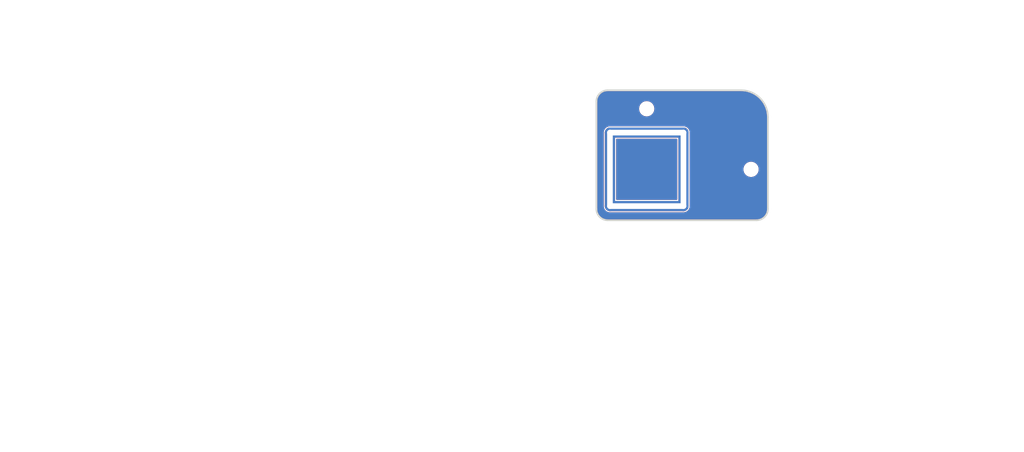
<source format=kicad_pcb>
(kicad_pcb (version 20240108) (generator "pcbnew") (generator_version "8.0")
  (title_block (title "Sandy") (date "2023-01-06") (rev "v.0") (company "@jpskenn"))
  (layers (0 "F.Cu" signal) (31 "B.Cu" signal) (34 "B.Paste" user) (35 "F.Paste" user) (36 "B.SilkS" user "B.Silkscreen") (37 "F.SilkS" user "F.Silkscreen") (38 "B.Mask" user) (39 "F.Mask" user) (44 "Edge.Cuts" user))
  (net 0 "")
  (footprint "locallib:SandyLPD_outline_Top" (layer "F.Cu") (at 157.98031 55.578405)
    (property "Reference" "REF**" (hide yes))
    (property "Value" "60_Outline" (hide yes))
    (fp_line (start -37.475 -2.52504) (end -37.475 -21.51258) (stroke (width 0.3)) (layer "Edge.Cuts"))
    (fp_line (start -35.475 -0.52504) (end -9.14375 -0.52504) (stroke (width 0.3)) (layer "Edge.Cuts"))
    (fp_line (start -11.90625 -23.51258) (end -35.475 -23.51258) (stroke (width 0.3)) (layer "Edge.Cuts"))
    (fp_line (start -7.14375 -2.52504) (end -7.14375 -18.75008) (stroke (width 0.3)) (layer "Edge.Cuts"))
    (fp_arc (start -37.475 -21.51258) (mid -36.889214 -22.926794) (end -35.475 -23.51258) (stroke (width 0.3)) (layer "Edge.Cuts"))
    (fp_arc (start -35.475 -0.52504) (mid -36.889214 -1.110826) (end -37.475 -2.52504) (stroke (width 0.3)) (layer "Edge.Cuts"))
    (fp_arc (start -11.90625 -23.51258) (mid -8.538656 -22.117674) (end -7.14375 -18.75008) (stroke (width 0.3)) (layer "Edge.Cuts"))
    (fp_arc (start -7.14375 -2.52504) (mid -7.729553 -1.110843) (end -9.14375 -0.52504) (stroke (width 0.3)) (layer "Edge.Cuts"))
  )
  (footprint "MountingHole:MountingHole_2.2mm_M2" (layer "F.Cu") (at 129.405402 35.337781)
    (property "Reference" "H3" (hide yes))
    (property "Value" "MountingHole")
    (pad "" np_thru_hole circle (at 0 0) (size 2.2 2.2) (drill 2.2) (layers "*.Cu" "*.Mask"))
  )
  (footprint "MountingHole:MountingHole_2.2mm_M2" (layer "F.Cu") (at 147.860105 46.053415)
    (property "Reference" "H4" (hide yes))
    (property "Value" "MountingHole")
    (pad "" np_thru_hole circle (at 0 0) (size 2.2 2.2) (drill 2.2) (layers "*.Cu" "*.Mask"))
  )
  (footprint "locallib:MX-Switch-Hole-with-narrow-frame" (layer "F.Cu") (at 129.40531 46.053405)
    (property "Reference" "SW_Y1" (hide yes))
    (property "Value" "SW_Push")
    (pad "" np_thru_hole roundrect (at -6.5 0 90) (size 14.8 1.8) (drill oval 14 1) (layers "F&B.Cu" "*.Mask") (roundrect_rratio 0.5))
    (pad "" np_thru_hole roundrect (at 0 -6.5) (size 14.8 1.8) (drill oval 14 1) (layers "F&B.Cu" "*.Mask") (roundrect_rratio 0.5))
    (pad "" np_thru_hole roundrect (at 0 6.5) (size 14.8 1.8) (drill oval 14 1) (layers "F&B.Cu" "*.Mask") (roundrect_rratio 0.5))
    (pad "" np_thru_hole roundrect (at 6.5 0 90) (size 14.8 1.8) (drill oval 14 1) (layers "F&B.Cu" "*.Mask") (roundrect_rratio 0.5))
  )
  (zone (net 0) (net_name "") (layers "F&B.Cu") (connect_pads (clearance 0.2)) (min_thickness 0.2) (fill yes (thermal_gap 0.3) (thermal_bridge_width 0.5))
    (polygon (pts (xy 165.12406 96.059655) (xy 117.49906 96.059655) (xy 117.49906 17.478405) (xy 165.12406 17.478405)))
  )
)
</source>
